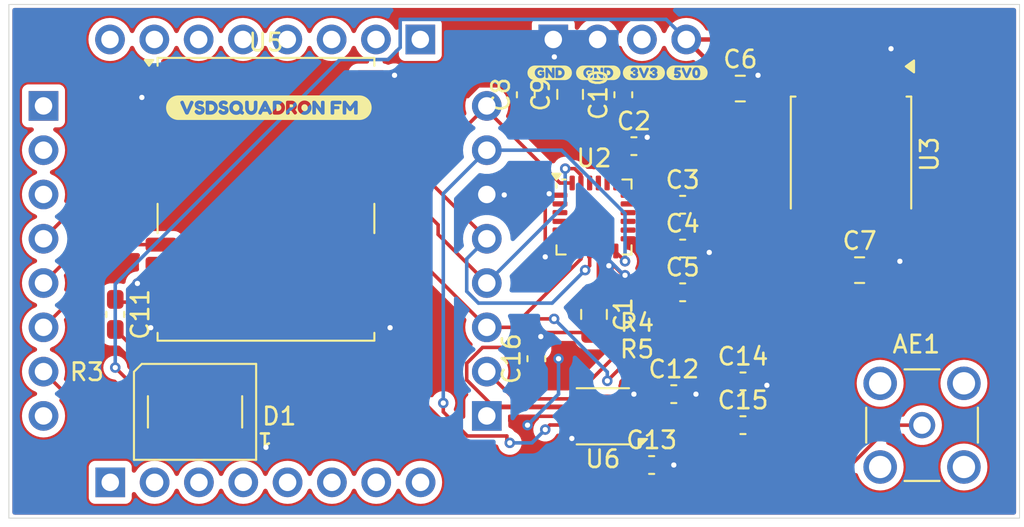
<source format=kicad_pcb>
(kicad_pcb (version 20240108) (generator "pcbnew") (generator_version "8.0")
  (layers (0 "F.Cu" signal) (31 "B.Cu" signal) (34 "B.Paste" user) (35 "F.Paste" user) (36 "B.SilkS" user "B.Silkscreen") (37 "F.SilkS" user "F.Silkscreen") (38 "B.Mask" user) (39 "F.Mask" user) (44 "Edge.Cuts" user))
  (net 0 "")
  (net 1 "Net-(AE1-A)")
  (net 2 "Net-(U2-REGOUT)")
  (net 3 "GND")
  (net 4 "Net-(U2-CPOUT)")
  (net 5 "+3.3V")
  (net 6 "+5V")
  (net 7 "Net-(U5-RF_IN)")
  (net 8 "Net-(U6-CAP-R)")
  (net 9 "Net-(U6-CAP-A)")
  (net 10 "Net-(D1-DIN)")
  (net 12 "/SDA_i2c")
  (net 13 "/SCL_i2c")
  (net 14 "/INLED")
  (net 15 "/1PPS")
  (net 16 "/SDO")
  (net 17 "/RESET_N")
  (net 18 "/SCLK")
  (net 19 "/SDI")
  (net 20 "/SPI_CS")
  (net 21 "/EXTINT")
  (net 22 "/INT")
  (net 50 "unconnected-(J1A-FM_3-Pad10)")
  (footprint "Capacitor_SMD:C_0603_1608Metric_Pad1.08x0.95mm_HandSolder" (layer "F.Cu") (at 127.254 134.366 -90)
    (property "Reference" "C11" (at 0 -1.43 90) (layer "F.SilkS"))
    (property "Value" "1nF")
    (pad "1" smd roundrect (at -0.8625 0 270) (size 1.075 0.95) (layers "F.Cu" "F.Paste" "F.Mask") (net 7 "Net-(U5-RF_IN)"))
    (pad "2" smd roundrect (at 0.8625 0 270) (size 1.075 0.95) (layers "F.Cu" "F.Paste" "F.Mask") (net 1 "Net-(AE1-A)"))
  )
  (footprint "LED_SMD:LED_WS2812B_PLCC4_5.0x5.0mm_P3.2mm" (layer "F.Cu") (at 131.826 139.954 180)
    (property "Reference" "D1" (at -4.826 -0.254 360) (layer "F.SilkS"))
    (property "Value" "WS2812B")
    (fp_text user "1" (at -4 -1.6 180) (layer "F.SilkS") (effects (font (size 0.8 0.8))))
    (pad "1" smd roundrect (at -2.45 -1.65 180) (size 1.5 0.9) (layers "F.Cu" "F.Paste" "F.Mask") (roundrect_rratio 0.1) (net 3 "GND"))
    (pad "2" smd roundrect (at -2.45 1.65 180) (size 1.5 0.9) (layers "F.Cu" "F.Paste" "F.Mask") (roundrect_rratio 0.1))
    (pad "3" smd roundrect (at 2.45 1.65 180) (size 1.5 0.9) (layers "F.Cu" "F.Paste" "F.Mask") (roundrect_rratio 0.1) (net 6 "+5V"))
    (pad "4" smd roundrect (at 2.45 -1.65 180) (size 1.5 0.9) (layers "F.Cu" "F.Paste" "F.Mask") (roundrect_rratio 0.1) (net 10 "Net-(D1-DIN)"))
  )
  (footprint "Package_TO_SOT_SMD:TO-252-2" (layer "F.Cu") (at 169.412 125.182 -90)
    (property "Reference" "U3" (at 0 -4.5 90) (layer "F.SilkS"))
    (property "Value" "NCP1117-3.3_TO252")
    (pad "1" smd roundrect (at -5.04 -2.28 270) (size 2.2 1.2) (layers "F.Cu" "F.Paste" "F.Mask") (roundrect_rratio 0.208333) (net 3 "GND"))
    (pad "2" smd roundrect (at -0.415 -1.525 270) (size 3.05 2.75) (layers "F.Cu" "F.Paste") (roundrect_rratio 0.090909) (net 5 "+3.3V"))
    (pad "2" smd roundrect (at -0.415 1.525 270) (size 3.05 2.75) (layers "F.Cu" "F.Paste") (roundrect_rratio 0.090909) (net 5 "+3.3V"))
    (pad "2" smd roundrect (at 1.26 0 270) (size 6.4 5.8) (layers "F.Cu" "F.Mask") (roundrect_rratio 0.043103) (net 5 "+3.3V"))
    (pad "2" smd roundrect (at 2.935 -1.525 270) (size 3.05 2.75) (layers "F.Cu" "F.Paste") (roundrect_rratio 0.090909) (net 5 "+3.3V"))
    (pad "2" smd roundrect (at 2.935 1.525 270) (size 3.05 2.75) (layers "F.Cu" "F.Paste") (roundrect_rratio 0.090909) (net 5 "+3.3V"))
    (pad "3" smd roundrect (at -5.04 2.28 270) (size 2.2 1.2) (layers "F.Cu" "F.Paste" "F.Mask") (roundrect_rratio 0.208333) (net 6 "+5V"))
  )
  (footprint "VSDsquadron_FM:VSDSquadron_FM" (layer "F.Cu") (at 135.893764 131.277764)
    (property "Reference" "J1" (hide yes))
    (property "Value" "VSDSquadron FM" (hide yes))
    (pad "1" thru_hole rect (at -12.750764 -8.871764) (size 1.7 1.7) (drill 1) (layers "*.Cu" "*.Mask"))
    (pad "2" thru_hole oval (at -12.750764 -6.331764) (size 1.7 1.7) (drill 1) (layers "*.Cu" "*.Mask"))
    (pad "3" thru_hole oval (at -12.750764 -3.791764) (size 1.7 1.7) (drill 1) (layers "*.Cu" "*.Mask"))
    (pad "4" thru_hole oval (at -12.750764 -1.251764) (size 1.7 1.7) (drill 1) (layers "*.Cu" "*.Mask") (net 15 "/1PPS"))
    (pad "5" thru_hole oval (at -12.750764 1.288236) (size 1.7 1.7) (drill 1) (layers "*.Cu" "*.Mask") (net 21 "/EXTINT"))
    (pad "6" thru_hole oval (at -12.750764 3.828236) (size 1.7 1.7) (drill 1) (layers "*.Cu" "*.Mask") (net 17 "/RESET_N"))
    (pad "7" thru_hole oval (at -12.750764 6.368236) (size 1.7 1.7) (drill 1) (layers "*.Cu" "*.Mask") (net 14 "/INLED"))
    (pad "8" thru_hole oval (at -12.750764 8.908236) (size 1.7 1.7) (drill 1) (layers "*.Cu" "*.Mask"))
    (pad "9" thru_hole rect (at -8.925764 12.718236 90) (size 1.7 1.7) (drill 1) (layers "*.Cu" "*.Mask"))
    (pad "10" thru_hole oval (at -6.385764 12.718236 90) (size 1.7 1.7) (drill 1) (layers "*.Cu" "*.Mask") (net 50 "unconnected-(J1A-FM_3-Pad10)"))
    (pad "11" thru_hole oval (at -3.845764 12.718236 90) (size 1.7 1.7) (drill 1) (layers "*.Cu" "*.Mask"))
    (pad "12" thru_hole oval (at -1.305764 12.718236 90) (size 1.7 1.7) (drill 1) (layers "*.Cu" "*.Mask"))
    (pad "13" thru_hole oval (at 1.234236 12.718236 90) (size 1.7 1.7) (drill 1) (layers "*.Cu" "*.Mask"))
    (pad "14" thru_hole oval (at 3.774236 12.718236 90) (size 1.7 1.7) (drill 1) (layers "*.Cu" "*.Mask"))
    (pad "15" thru_hole oval (at 6.314236 12.718236 90) (size 1.7 1.7) (drill 1) (layers "*.Cu" "*.Mask"))
    (pad "16" thru_hole oval (at 8.854236 12.718236 90) (size 1.7 1.7) (drill 1) (layers "*.Cu" "*.Mask"))
    (pad "17" thru_hole rect (at 12.649236 8.908236 180) (size 1.7 1.7) (drill 1) (layers "*.Cu" "*.Mask") (net 13 "/SCL_i2c"))
    (pad "18" thru_hole oval (at 12.649236 6.368236 180) (size 1.7 1.7) (drill 1) (layers "*.Cu" "*.Mask") (net 12 "/SDA_i2c"))
    (pad "19" thru_hole oval (at 12.649236 3.828236 180) (size 1.7 1.7) (drill 1) (layers "*.Cu" "*.Mask") (net 20 "/SPI_CS"))
    (pad "20" thru_hole oval (at 12.649236 1.288236 180) (size 1.7 1.7) (drill 1) (layers "*.Cu" "*.Mask") (net 18 "/SCLK"))
    (pad "21" thru_hole oval (at 12.649236 -1.251764 180) (size 1.7 1.7) (drill 1) (layers "*.Cu" "*.Mask") (net 16 "/SDO"))
    (pad "22" thru_hole oval (at 12.649236 -3.791764 180) (size 1.7 1.7) (drill 1) (layers "*.Cu" "*.Mask") (net 3 "GND"))
    (pad "23" thru_hole oval (at 12.649236 -6.331764 180) (size 1.7 1.7) (drill 1) (layers "*.Cu" "*.Mask") (net 22 "/INT"))
    (pad "24" thru_hole oval (at 12.649236 -8.871764 180) (size 1.7 1.7) (drill 1) (layers "*.Cu" "*.Mask") (net 19 "/SDI"))
    (pad "25" thru_hole rect (at 8.839236 -12.681764 270) (size 1.7 1.7) (drill 1) (layers "*.Cu" "*.Mask"))
    (pad "26" thru_hole oval (at 6.299236 -12.681764 270) (size 1.7 1.7) (drill 1) (layers "*.Cu" "*.Mask"))
    (pad "27" thru_hole oval (at 3.759236 -12.681764 270) (size 1.7 1.7) (drill 1) (layers "*.Cu" "*.Mask"))
    (pad "28" thru_hole oval (at 1.219236 -12.681764 270) (size 1.7 1.7) (drill 1) (layers "*.Cu" "*.Mask"))
    (pad "29" thru_hole oval (at -1.320764 -12.681764 270) (size 1.7 1.7) (drill 1) (layers "*.Cu" "*.Mask"))
    (pad "30" thru_hole oval (at -3.860764 -12.681764 270) (size 1.7 1.7) (drill 1) (layers "*.Cu" "*.Mask"))
    (pad "31" thru_hole oval (at -6.400764 -12.681764 270) (size 1.7 1.7) (drill 1) (layers "*.Cu" "*.Mask"))
    (pad "32" thru_hole oval (at -8.940764 -12.681764 270) (size 1.7 1.7) (drill 1) (layers "*.Cu" "*.Mask"))
    (pad "33" thru_hole rect (at 16.459236 -12.681764 90) (size 1.7 1.7) (drill 1) (layers "*.Cu" "*.Mask") (net 3 "GND"))
    (pad "34" thru_hole oval (at 18.999236 -12.681764 90) (size 1.7 1.7) (drill 1) (layers "*.Cu" "*.Mask") (net 3 "GND"))
    (pad "35" thru_hole oval (at 21.539236 -12.681764 90) (size 1.7 1.7) (drill 1) (layers "*.Cu" "*.Mask"))
    (pad "36" thru_hole oval (at 24.079236 -12.681764 90) (size 1.7 1.7) (drill 1) (layers "*.Cu" "*.Mask") (net 6 "+5V"))
  )
  (footprint "Capacitor_SMD:C_0603_1608Metric_Pad1.08x0.95mm_HandSolder" (layer "F.Cu") (at 156.972 124.714)
    (property "Reference" "C2" (at 0 -1.43 0) (layer "F.SilkS"))
    (property "Value" "0.1uF")
    (pad "1" smd roundrect (at -0.8625 0) (size 1.075 0.95) (layers "F.Cu" "F.Paste" "F.Mask") (net 4 "Net-(U2-CPOUT)"))
    (pad "2" smd roundrect (at 0.8625 0) (size 1.075 0.95) (layers "F.Cu" "F.Paste" "F.Mask") (net 3 "GND"))
  )
  (footprint "Capacitor_SMD:C_0805_2012Metric_Pad1.18x1.45mm_HandSolder" (layer "F.Cu") (at 154.686 134.366 -90)
    (property "Reference" "C1" (at 0 -1.68 90) (layer "F.SilkS"))
    (property "Value" "10uF")
    (pad "1" smd roundrect (at -1.0375 0 270) (size 1.175 1.45) (layers "F.Cu" "F.Paste" "F.Mask") (roundrect_rratio 0.212766) (net 2 "Net-(U2-REGOUT)"))
    (pad "2" smd roundrect (at 1.0375 0 270) (size 1.175 1.45) (layers "F.Cu" "F.Paste" "F.Mask") (roundrect_rratio 0.212766) (net 3 "GND"))
  )
  (footprint "Capacitor_SMD:C_0603_1608Metric_Pad1.08x0.95mm_HandSolder" (layer "F.Cu") (at 163.2215 140.716)
    (property "Reference" "C15" (at 0 -1.43 0) (layer "F.SilkS"))
    (property "Value" "100nF")
    (pad "1" smd roundrect (at -0.8625 0) (size 1.075 0.95) (layers "F.Cu" "F.Paste" "F.Mask") (net 5 "+3.3V"))
    (pad "2" smd roundrect (at 0.8625 0) (size 1.075 0.95) (layers "F.Cu" "F.Paste" "F.Mask") (net 3 "GND"))
  )
  (footprint "Capacitor_SMD:C_0805_2012Metric_Pad1.18x1.45mm_HandSolder" (layer "F.Cu") (at 153.31775 121.745 90)
    (property "Reference" "C9" (at 0 -1.68 90) (layer "F.SilkS"))
    (property "Value" "10uF")
    (pad "1" smd roundrect (at -1.0375 0 90) (size 1.175 1.45) (layers "F.Cu" "F.Paste" "F.Mask") (roundrect_rratio 0.212766) (net 5 "+3.3V"))
    (pad "2" smd roundrect (at 1.0375 0 90) (size 1.175 1.45) (layers "F.Cu" "F.Paste" "F.Mask") (roundrect_rratio 0.212766) (net 3 "GND"))
  )
  (footprint "Package_DFN_QFN:DFN-10-1EP_3x3mm_P0.5mm_EP1.7x2.5mm" (layer "F.Cu") (at 155.194 140.208 180)
    (property "Reference" "U6" (at 0 -2.45 360) (layer "F.SilkS"))
    (property "Value" "MAG3110")
    (pad "1" smd roundrect (at -1.4625 -1 180) (size 0.825 0.25) (layers "F.Cu" "F.Paste" "F.Mask") (net 9 "Net-(U6-CAP-A)"))
    (pad "2" smd roundrect (at -1.4625 -0.5 180) (size 0.825 0.25) (layers "F.Cu" "F.Paste" "F.Mask") (net 5 "+3.3V"))
    (pad "3" smd roundrect (at -1.4625 0 180) (size 0.825 0.25) (layers "F.Cu" "F.Paste" "F.Mask"))
    (pad "4" smd roundrect (at -1.4625 0.5 180) (size 0.825 0.25) (layers "F.Cu" "F.Paste" "F.Mask") (net 8 "Net-(U6-CAP-R)"))
    (pad "5" smd roundrect (at -1.4625 1 180) (size 0.825 0.25) (layers "F.Cu" "F.Paste" "F.Mask") (net 3 "GND"))
    (pad "6" smd roundrect (at 1.4625 1 180) (size 0.825 0.25) (layers "F.Cu" "F.Paste" "F.Mask") (net 12 "/SDA_i2c"))
    (pad "7" smd roundrect (at 1.4625 0.5 180) (size 0.825 0.25) (layers "F.Cu" "F.Paste" "F.Mask") (net 13 "/SCL_i2c"))
    (pad "8" smd roundrect (at 1.4625 0 180) (size 0.825 0.25) (layers "F.Cu" "F.Paste" "F.Mask") (net 5 "+3.3V"))
    (pad "9" smd roundrect (at 1.4625 -0.5 180) (size 0.825 0.25) (layers "F.Cu" "F.Paste" "F.Mask") (net 22 "/INT"))
    (pad "10" smd roundrect (at 1.4625 -1 180) (size 0.825 0.25) (layers "F.Cu" "F.Paste" "F.Mask") (net 3 "GND"))
    (pad "11" smd rect (at 0 0 180) (size 1.7 2.5) (property pad_prop_heatsink) (layers "F.Cu" "F.Mask"))
  )
  (footprint "Capacitor_SMD:C_0805_2012Metric_Pad1.18x1.45mm_HandSolder" (layer "F.Cu") (at 163.068 121.412)
    (property "Reference" "C6" (at 0 -1.68 0) (layer "F.SilkS"))
    (property "Value" "10uF")
    (pad "1" smd roundrect (at -1.0375 0) (size 1.175 1.45) (layers "F.Cu" "F.Paste" "F.Mask") (roundrect_rratio 0.212766) (net 6 "+5V"))
    (pad "2" smd roundrect (at 1.0375 0) (size 1.175 1.45) (layers "F.Cu" "F.Paste" "F.Mask") (roundrect_rratio 0.212766) (net 3 "GND"))
  )
  (footprint "SMA_CONNECTOR:LPRS_SMA_CONNECTOR" (layer "F.Cu") (at 173.482 140.716)
    (property "Reference" "AE1" (at -0.325 -4.635 0) (layer "F.SilkS"))
    (property "Value" "Antenna")
    (pad "1" thru_hole circle (at 0 0) (size 1.508 1.508) (drill 1) (layers "*.Cu" "*.Mask") (net 1 "Net-(AE1-A)"))
    (pad "G1" thru_hole circle (at -2.4 -2.4) (size 1.92 1.92) (drill 1.28) (layers "*.Cu" "*.Mask"))
    (pad "G2" thru_hole circle (at -2.4 2.4) (size 1.92 1.92) (drill 1.28) (layers "*.Cu" "*.Mask"))
    (pad "G3" thru_hole circle (at 2.4 2.4) (size 1.92 1.92) (drill 1.28) (layers "*.Cu" "*.Mask"))
    (pad "G4" thru_hole circle (at 2.4 -2.4) (size 1.92 1.92) (drill 1.28) (layers "*.Cu" "*.Mask"))
  )
  (footprint "Capacitor_SMD:C_0603_1608Metric_Pad1.08x0.95mm_HandSolder" (layer "F.Cu") (at 157.988 143.002)
    (property "Reference" "C13" (at 0 -1.43 360) (layer "F.SilkS"))
    (property "Value" "100nF")
    (pad "1" smd roundrect (at -0.8625 0) (size 1.075 0.95) (layers "F.Cu" "F.Paste" "F.Mask") (net 9 "Net-(U6-CAP-A)"))
    (pad "2" smd roundrect (at 0.8625 0) (size 1.075 0.95) (layers "F.Cu" "F.Paste" "F.Mask") (net 3 "GND"))
  )
  (footprint "Capacitor_SMD:C_0603_1608Metric_Pad1.08x0.95mm_HandSolder" (layer "F.Cu") (at 156.36575 121.7665 90)
    (property "Reference" "C10" (at 0 -1.43 90) (layer "F.SilkS"))
    (property "Value" "0.1uF")
    (pad "1" smd roundrect (at -0.8625 0 90) (size 1.075 0.95) (layers "F.Cu" "F.Paste" "F.Mask") (net 5 "+3.3V"))
    (pad "2" smd roundrect (at 0.8625 0 90) (size 1.075 0.95) (layers "F.Cu" "F.Paste" "F.Mask") (net 3 "GND"))
  )
  (footprint "Sensor_Motion:InvenSense_QFN-24_4x4mm_P0.5mm" (layer "F.Cu") (at 154.686 128.778)
    (property "Reference" "U2" (at 0 -3.375 360) (layer "F.SilkS"))
    (property "Value" "MPU-6000")
    (pad "1" smd roundrect (at -1.95 -1.25) (size 0.85 0.3) (layers "F.Cu" "F.Paste" "F.Mask") (net 3 "GND"))
    (pad "2" smd roundrect (at -1.95 -0.75) (size 0.85 0.3) (layers "F.Cu" "F.Paste" "F.Mask"))
    (pad "3" smd roundrect (at -1.95 -0.25) (size 0.85 0.3) (layers "F.Cu" "F.Paste" "F.Mask"))
    (pad "4" smd roundrect (at -1.95 0.25) (size 0.85 0.3) (layers "F.Cu" "F.Paste" "F.Mask"))
    (pad "5" smd roundrect (at -1.95 0.75) (size 0.85 0.3) (layers "F.Cu" "F.Paste" "F.Mask"))
    (pad "6" smd roundrect (at -1.95 1.25) (size 0.85 0.3) (layers "F.Cu" "F.Paste" "F.Mask"))
    (pad "7" smd roundrect (at -1.25 1.95 90) (size 0.85 0.3) (layers "F.Cu" "F.Paste" "F.Mask"))
    (pad "8" smd roundrect (at -0.75 1.95 90) (size 0.85 0.3) (layers "F.Cu" "F.Paste" "F.Mask") (net 20 "/SPI_CS"))
    (pad "9" smd roundrect (at -0.25 1.95 90) (size 0.85 0.3) (layers "F.Cu" "F.Paste" "F.Mask") (net 16 "/SDO"))
    (pad "10" smd roundrect (at 0.25 1.95 90) (size 0.85 0.3) (layers "F.Cu" "F.Paste" "F.Mask") (net 2 "Net-(U2-REGOUT)"))
    (pad "11" smd roundrect (at 0.75 1.95 90) (size 0.85 0.3) (layers "F.Cu" "F.Paste" "F.Mask") (net 3 "GND"))
    (pad "12" smd roundrect (at 1.25 1.95 90) (size 0.85 0.3) (layers "F.Cu" "F.Paste" "F.Mask") (net 22 "/INT"))
    (pad "13" smd roundrect (at 1.95 1.25) (size 0.85 0.3) (layers "F.Cu" "F.Paste" "F.Mask") (net 5 "+3.3V"))
    (pad "14" smd roundrect (at 1.95 0.75) (size 0.85 0.3) (layers "F.Cu" "F.Paste" "F.Mask"))
    (pad "15" smd roundrect (at 1.95 0.25) (size 0.85 0.3) (layers "F.Cu" "F.Paste" "F.Mask"))
    (pad "16" smd roundrect (at 1.95 -0.25) (size 0.85 0.3) (layers "F.Cu" "F.Paste" "F.Mask"))
    (pad "17" smd roundrect (at 1.95 -0.75) (size 0.85 0.3) (layers "F.Cu" "F.Paste" "F.Mask"))
    (pad "18" smd roundrect (at 1.95 -1.25) (size 0.85 0.3) (layers "F.Cu" "F.Paste" "F.Mask") (net 3 "GND"))
    (pad "19" smd roundrect (at 1.25 -1.95 90) (size 0.85 0.3) (layers "F.Cu" "F.Paste" "F.Mask"))
    (pad "20" smd roundrect (at 0.75 -1.95 90) (size 0.85 0.3) (layers "F.Cu" "F.Paste" "F.Mask") (net 4 "Net-(U2-CPOUT)"))
    (pad "21" smd roundrect (at 0.25 -1.95 90) (size 0.85 0.3) (layers "F.Cu" "F.Paste" "F.Mask"))
    (pad "22" smd roundrect (at -0.25 -1.95 90) (size 0.85 0.3) (layers "F.Cu" "F.Paste" "F.Mask"))
    (pad "23" smd roundrect (at -0.75 -1.95 90) (size 0.85 0.3) (layers "F.Cu" "F.Paste" "F.Mask") (net 18 "/SCLK"))
    (pad "24" smd roundrect (at -1.25 -1.95 90) (size 0.85 0.3) (layers "F.Cu" "F.Paste" "F.Mask") (net 19 "/SDI"))
    (zone (net 0) (net_name "") (layer "F.Cu") (connect_pads (clearance 0)) (min_thickness 0.254)
      (keepout (tracks not_allowed) (vias not_allowed) (pads not_allowed) (copperpour not_allowed) (footprints allowed))
      (fill (thermal_gap 0.508) (thermal_bridge_width 0.508))
      (polygon (pts (xy 153.311 127.453) (xy 156.061 127.453) (xy 156.061 130.103) (xy 153.311 130.103)))
    )
  )
  (footprint "Capacitor_SMD:C_0603_1608Metric_Pad1.08x0.95mm_HandSolder" (layer "F.Cu") (at 159.766 133.096)
    (property "Reference" "C5" (at 0 -1.43 360) (layer "F.SilkS"))
    (property "Value" "100nF")
    (pad "1" smd roundrect (at -0.8625 0) (size 1.075 0.95) (layers "F.Cu" "F.Paste" "F.Mask") (net 5 "+3.3V"))
    (pad "2" smd roundrect (at 0.8625 0) (size 1.075 0.95) (layers "F.Cu" "F.Paste" "F.Mask") (net 3 "GND"))
  )
  (footprint "Resistor_SMD:R_0201_0603Metric_Pad0.64x0.40mm_HandSolder" (layer "F.Cu") (at 157.1505 135.89)
    (property "Reference" "R4" (at 0 -1.05 0) (layer "F.SilkS"))
    (property "Value" "4.7kΩ")
    (pad "1" smd roundrect (at -0.4075 0) (size 0.635 0.4) (layers "F.Cu" "F.Mask") (net 12 "/SDA_i2c"))
    (pad "2" smd roundrect (at 0.4075 0) (size 0.635 0.4) (layers "F.Cu" "F.Mask") (net 5 "+3.3V"))
  )
  (footprint "Capacitor_SMD:C_0603_1608Metric_Pad1.08x0.95mm_HandSolder" (layer "F.Cu") (at 163.2215 138.206)
    (property "Reference" "C14" (at 0 -1.43 0) (layer "F.SilkS"))
    (property "Value" "100nF")
    (pad "1" smd roundrect (at -0.8625 0) (size 1.075 0.95) (layers "F.Cu" "F.Paste" "F.Mask") (net 5 "+3.3V"))
    (pad "2" smd roundrect (at 0.8625 0) (size 1.075 0.95) (layers "F.Cu" "F.Paste" "F.Mask") (net 3 "GND"))
  )
  (footprint "Capacitor_SMD:C_0603_1608Metric_Pad1.08x0.95mm_HandSolder" (layer "F.Cu") (at 159.766 130.586)
    (property "Reference" "C4" (at 0 -1.43 360) (layer "F.SilkS"))
    (property "Value" "10uF")
    (pad "1" smd roundrect (at -0.8625 0) (size 1.075 0.95) (layers "F.Cu" "F.Paste" "F.Mask") (net 5 "+3.3V"))
    (pad "2" smd roundrect (at 0.8625 0) (size 1.075 0.95) (layers "F.Cu" "F.Paste" "F.Mask") (net 3 "GND"))
  )
  (footprint "Resistor_SMD:R_0201_0603Metric_Pad0.64x0.40mm_HandSolder" (layer "F.Cu") (at 125.6295 138.684)
    (property "Reference" "R3" (at 0 -1.016 0) (layer "F.SilkS"))
    (property "Value" "220Ω")
    (pad "1" smd roundrect (at -0.4075 0) (size 0.635 0.4) (layers "F.Cu" "F.Mask") (net 14 "/INLED"))
    (pad "2" smd roundrect (at 0.4075 0) (size 0.635 0.4) (layers "F.Cu" "F.Mask") (net 10 "Net-(D1-DIN)"))
  )
  (footprint "Capacitor_SMD:C_0603_1608Metric_Pad1.08x0.95mm_HandSolder" (layer "F.Cu") (at 159.766 128.076)
    (property "Reference" "C3" (at 0 -1.43 360) (layer "F.SilkS"))
    (property "Value" "0.1uF")
    (pad "1" smd roundrect (at -0.8625 0) (size 1.075 0.95) (layers "F.Cu" "F.Paste" "F.Mask") (net 5 "+3.3V"))
    (pad "2" smd roundrect (at 0.8625 0) (size 1.075 0.95) (layers "F.Cu" "F.Paste" "F.Mask") (net 3 "GND"))
  )
  (footprint "Capacitor_SMD:C_0603_1608Metric_Pad1.08x0.95mm_HandSolder" (layer "F.Cu") (at 150.77775 121.7665 90)
    (property "Reference" "C8" (at 0 -1.43 90) (layer "F.SilkS"))
    (property "Value" "100nF")
    (pad "1" smd roundrect (at -0.8625 0 90) (size 1.075 0.95) (layers "F.Cu" "F.Paste" "F.Mask") (net 5 "+3.3V"))
    (pad "2" smd roundrect (at 0.8625 0 90) (size 1.075 0.95) (layers "F.Cu" "F.Paste" "F.Mask") (net 3 "GND"))
  )
  (footprint "Capacitor_SMD:C_0603_1608Metric_Pad1.08x0.95mm_HandSolder" (layer "F.Cu") (at 159.258 138.938)
    (property "Reference" "C12" (at 0 -1.43 0) (layer "F.SilkS"))
    (property "Value" "100nF")
    (pad "1" smd roundrect (at -0.8625 0) (size 1.075 0.95) (layers "F.Cu" "F.Paste" "F.Mask") (net 8 "Net-(U6-CAP-R)"))
    (pad "2" smd roundrect (at 0.8625 0) (size 1.075 0.95) (layers "F.Cu" "F.Paste" "F.Mask") (net 3 "GND"))
  )
  (footprint "Resistor_SMD:R_0201_0603Metric_Pad0.64x0.40mm_HandSolder" (layer "F.Cu") (at 157.1505 137.414)
    (property "Reference" "R5" (at 0 -1.05 0) (layer "F.SilkS"))
    (property "Value" "4.7kΩ")
    (pad "1" smd roundrect (at -0.4075 0) (size 0.635 0.4) (layers "F.Cu" "F.Mask") (net 13 "/SCL_i2c"))
    (pad "2" smd roundrect (at 0.4075 0) (size 0.635 0.4) (layers "F.Cu" "F.Mask") (net 5 "+3.3V"))
  )
  (footprint "Capacitor_SMD:C_0805_2012Metric_Pad1.18x1.45mm_HandSolder" (layer "F.Cu") (at 169.9045 131.826)
    (property "Reference" "C7" (at 0 -1.68 0) (layer "F.SilkS"))
    (property "Value" "22uF")
    (pad "1" smd roundrect (at -1.0375 0) (size 1.175 1.45) (layers "F.Cu" "F.Paste" "F.Mask") (roundrect_rratio 0.212766) (net 5 "+3.3V"))
    (pad "2" smd roundrect (at 1.0375 0) (size 1.175 1.45) (layers "F.Cu" "F.Paste" "F.Mask") (roundrect_rratio 0.212766) (net 3 "GND"))
  )
  (footprint "RF_GPS:ublox_NEO" (layer "F.Cu") (at 135.89 127.762)
    (property "Reference" "U5" (at 0 -9 0) (layer "F.SilkS"))
    (property "Value" "NEO-M8N")
    (pad "1" smd roundrect (at -6 -7) (size 1.8 0.8) (layers "F.Cu" "F.Paste" "F.Mask"))
    (pad "2" smd roundrect (at -6 -5.9) (size 1.8 0.8) (layers "F.Cu" "F.Paste" "F.Mask") (net 3 "GND"))
    (pad "3" smd roundrect (at -6 -4.8) (size 1.8 0.8) (layers "F.Cu" "F.Paste" "F.Mask") (net 15 "/1PPS"))
    (pad "4" smd roundrect (at -6 -3.7) (size 1.8 0.8) (layers "F.Cu" "F.Paste" "F.Mask") (net 21 "/EXTINT"))
    (pad "5" smd roundrect (at -6 -2.6) (size 1.8 0.8) (layers "F.Cu" "F.Paste" "F.Mask"))
    (pad "6" smd roundrect (at -6 -1.5) (size 1.8 0.8) (layers "F.Cu" "F.Paste" "F.Mask"))
    (pad "7" smd roundrect (at -6 -0.4) (size 1.8 0.8) (layers "F.Cu" "F.Paste" "F.Mask"))
    (pad "8" smd roundrect (at -6 2.6) (size 1.8 0.8) (layers "F.Cu" "F.Paste" "F.Mask") (net 17 "/RESET_N"))
    (pad "9" smd roundrect (at -6 3.7) (size 1.8 0.8) (layers "F.Cu" "F.Paste" "F.Mask"))
    (pad "10" smd roundrect (at -6 4.8) (size 1.8 0.8) (layers "F.Cu" "F.Paste" "F.Mask") (net 3 "GND"))
    (pad "11" smd roundrect (at -6 5.9) (size 1.8 0.8) (layers "F.Cu" "F.Paste" "F.Mask") (net 7 "Net-(U5-RF_IN)"))
    (pad "12" smd roundrect (at -6 7) (size 1.8 0.8) (layers "F.Cu" "F.Paste" "F.Mask") (net 3 "GND"))
    (pad "13" smd roundrect (at 6 7) (size 1.8 0.8) (layers "F.Cu" "F.Paste" "F.Mask") (net 3 "GND"))
    (pad "14" smd roundrect (at 6 5.9) (size 1.8 0.8) (layers "F.Cu" "F.Paste" "F.Mask"))
    (pad "15" smd roundrect (at 6 4.8) (size 1.8 0.8) (layers "F.Cu" "F.Paste" "F.Mask"))
    (pad "16" smd roundrect (at 6 3.7) (size 1.8 0.8) (layers "F.Cu" "F.Paste" "F.Mask"))
    (pad "17" smd roundrect (at 6 2.6) (size 1.8 0.8) (layers "F.Cu" "F.Paste" "F.Mask"))
    (pad "18" smd roundrect (at 6 -0.4) (size 1.8 0.8) (layers "F.Cu" "F.Paste" "F.Mask") (net 20 "/SPI_CS"))
    (pad "19" smd roundrect (at 6 -1.5) (size 1.8 0.8) (layers "F.Cu" "F.Paste" "F.Mask") (net 18 "/SCLK"))
    (pad "20" smd roundrect (at 6 -2.6) (size 1.8 0.8) (layers "F.Cu" "F.Paste" "F.Mask") (net 16 "/SDO"))
    (pad "21" smd roundrect (at 6 -3.7) (size 1.8 0.8) (layers "F.Cu" "F.Paste" "F.Mask") (net 19 "/SDI"))
    (pad "22" smd roundrect (at 6 -4.8) (size 1.8 0.8) (layers "F.Cu" "F.Paste" "F.Mask"))
    (pad "23" smd roundrect (at 6 -5.9) (size 1.8 0.8) (layers "F.Cu" "F.Paste" "F.Mask") (net 5 "+3.3V"))
    (pad "24" smd roundrect (at 6 -7) (size 1.8 0.8) (layers "F.Cu" "F.Paste" "F.Mask") (net 3 "GND"))
  )
  (footprint "Capacitor_SMD:C_0603_1608Metric_Pad1.08x0.95mm_HandSolder" (layer "F.Cu") (at 151.384 136.906 90)
    (property "Reference" "C16" (at 0 -1.43 90) (layer "F.SilkS"))
    (property "Value" "100nF")
    (pad "1" smd roundrect (at -0.8625 0 90) (size 1.075 0.95) (layers "F.Cu" "F.Paste" "F.Mask") (net 5 "+3.3V"))
    (pad "2" smd roundrect (at 0.8625 0 90) (size 1.075 0.95) (layers "F.Cu" "F.Paste" "F.Mask") (net 3 "GND"))
  )
  (gr_line (start 179.07 116.586) (end 179.07 146.05) (stroke (width 0.05)) (layer "Edge.Cuts"))
  (gr_line (start 121.158 116.586) (end 179.07 116.586) (stroke (width 0.05)) (layer "Edge.Cuts"))
  (gr_line (start 121.158 146.05) (end 121.158 116.586) (stroke (width 0.05)) (layer "Edge.Cuts"))
  (gr_line (start 179.07 146.05) (end 121.158 146.05) (stroke (width 0.05)) (layer "Edge.Cuts"))
  (segment (start 129.5779 137.5524) (end 143.078189 137.5524) (width 0.2032) (layer "F.Cu") (net 1))
  (segment (start 143.078189 137.5524) (end 149.707589 144.1818) (width 0.2032) (layer "F.Cu") (net 1))
  (segment (start 127.254 135.2285) (end 129.5779 137.5524) (width 0.2032) (layer "F.Cu") (net 1))
  (segment (start 149.707589 144.1818) (end 168.232028 144.1818) (width 0.2032) (layer "F.Cu") (net 1))
  (segment (start 171.697828 140.716) (end 173.482 140.716) (width 0.2032) (layer "F.Cu") (net 1))
  (segment (start 168.232028 144.1818) (end 171.697828 140.716) (width 0.2032) (layer "F.Cu") (net 1))
  (segment (start 154.936 130.728) (end 154.936 133.0785) (width 0.2032) (layer "F.Cu") (net 2))
  (segment (start 154.936 133.0785) (end 154.686 133.3285) (width 0.2032) (layer "F.Cu") (net 2))
  (segment (start 152.353 119.534366) (end 152.412842 119.594208) (width 0.2032) (layer "F.Cu") (net 3))
  (segment (start 164.084 138.206) (end 164.368 138.206) (width 0.254) (layer "F.Cu") (net 3))
  (segment (start 156.6565 139.208) (end 156.702 139.208) (width 0.2032) (layer "F.Cu") (net 3))
  (segment (start 156.36575 120.904) (end 153.51425 120.904) (width 0.254) (layer "F.Cu") (net 3))
  (segment (start 129.89 134.762) (end 129.652 134.762) (width 0.2032) (layer "F.Cu") (net 3))
  (segment (start 149.515447 127.486) (end 149.542631 127.513184) (width 0.2032) (layer "F.Cu") (net 3))
  (segment (start 142.636 134.762) (end 143.002 135.128) (width 0.2032) (layer "F.Cu") (net 3))
  (segment (start 157.8345 124.3065) (end 157.734 124.206) (width 0.2032) (layer "F.Cu") (net 3))
  (segment (start 152.047926 127.513184) (end 149.542631 127.513184) (width 0.2032) (layer "F.Cu") (net 3))
  (segment (start 153.686 141.208) (end 153.416 141.478) (width 0.2032) (layer "F.Cu") (net 3))
  (segment (start 156.702 139.208) (end 156.972 138.938) (width 0.2032) (layer "F.Cu") (net 3))
  (segment (start 153.41105 118.596) (end 152.412842 119.594208) (width 0.2032) (layer "F.Cu") (net 3))
  (segment (start 151.8705 135.4035) (end 151.638 135.636) (width 0.2032) (layer "F.Cu") (net 3))
  (segment (start 154.686 135.4035) (end 155.7126 134.3769) (width 0.2032) (layer "F.Cu") (net 3))
  (segment (start 152.118178 127.442932) (end 151.892 127.66911) (width 0.2032) (layer "F.Cu") (net 3))
  (segment (start 164.368 138.206) (end 164.592 138.43) (width 0.254) (layer "F.Cu") (net 3))
  (segment (start 151.384 136.0435) (end 151.384 135.89) (width 0.254) (layer "F.Cu") (net 3))
  (segment (start 152.736 127.528) (end 152.203246 127.528) (width 0.2032) (layer "F.Cu") (net 3))
  (segment (start 164.1055 120.6715) (end 164.084 120.65) (width 0.254) (layer "F.Cu") (net 3))
  (segment (start 141.89 134.762) (end 142.636 134.762) (width 0.2032) (layer "F.Cu") (net 3))
  (segment (start 154.686 135.4035) (end 151.8705 135.4035) (width 0.2032) (layer "F.Cu") (net 3))
  (segment (start 158.8505 143.002) (end 159.258 143.002) (width 0.2032) (layer "F.Cu") (net 3))
  (segment (start 153.12125 120.904) (end 153.31775 120.7075) (width 0.254) (layer "F.Cu") (net 3))
  (segment (start 164.1055 121.412) (end 164.1055 120.6715) (width 0.254) (layer "F.Cu") (net 3))
  (segment (start 152.353 118.596) (end 152.353 119.534366) (width 0.2032) (layer "F.Cu") (net 3))
  (segment (start 157.8345 126.3295) (end 157.8345 124.714) (width 0.2032) (layer "F.Cu") (net 3))
  (segment (start 151.892 127.66911) (end 151.892 131.064) (width 0.2032) (layer "F.Cu") (net 3))
  (segment (start 161.066 130.586) (end 161.29 130.81) (width 0.254) (layer "F.Cu") (net 3))
  (segment (start 128.55 132.562) (end 128.524 132.588) (width 0.2032) (layer "F.Cu") (net 3))
  (segment (start 157.8345 124.714) (end 157.8345 124.3065) (width 0.2032) (layer "F.Cu") (net 3))
  (segment (start 128.836 121.862) (end 128.778 121.92) (width 0.2032) (layer "F.Cu") (net 3))
  (segment (start 152.203246 127.528) (end 152.118178 127.442932) (width 0.2032) (layer "F.Cu") (net 3))
  (segment (start 155.436 130.728) (end 155.436 131.4704) (width 0.2032) (layer "F.Cu") (net 3))
  (segment (start 153.31775 120.499116) (end 152.412842 119.594208) (width 0.254) (layer "F.Cu") (net 3))
  (segment (start 153.51425 120.904) (end 153.31775 120.7075) (width 0.254) (layer "F.Cu") (net 3))
  (segment (start 155.436 130.728) (end 155.436 131.187672) (width 0.2032) (layer "F.Cu") (net 3))
  (segment (start 171.704 131.826) (end 172.212 131.318) (width 0.254) (layer "F.Cu") (net 3))
  (segment (start 156.636 127.528) (end 156.698 127.528) (width 0.2032) (layer "F.Cu") (net 3))
  (segment (start 150.77775 120.904) (end 153.12125 120.904) (width 0.254) (layer "F.Cu") (net 3))
  (segment (start 154.893 118.596) (end 153.41105 118.596) (width 0.2032) (layer "F.Cu") (net 3))
  (segment (start 129.652 134.762) (end 129.286 135.128) (width 0.2032) (layer "F.Cu") (net 3))
  (segment (start 153.7315 141.208) (end 153.686 141.208) (width 0.2032) (layer "F.Cu") (net 3))
  (segment (start 152.118178 127.442932) (end 152.047926 127.513184) (width 0.2032) (layer "F.Cu") (net 3))
  (segment (start 155.436 131.4704) (end 155.5376 131.572) (width 0.2032) (layer "F.Cu") (net 3))
  (segment (start 129.89 121.862) (end 128.836 121.862) (width 0.2032) (layer "F.Cu") (net 3))
  (segment (start 155.7126 131.747) (end 155.5376 131.572) (width 0.2032) (layer "F.Cu") (net 3))
  (segment (start 160.6285 133.096) (end 160.6285 130.586) (width 0.254) (layer "F.Cu") (net 3))
  (segment (start 134.276 141.604) (end 135.508 141.604) (width 0.2032) (layer "F.Cu") (net 3))
  (segment (start 156.366331 132.118003) (end 156.464 132.118003) (width 0.2032) (layer "F.Cu") (net 3))
  (segment (start 171.692 120.142) (end 171.692 119.138) (width 0.2032) (layer "F.Cu") (net 3))
  (segment (start 170.942 131.826) (end 171.704 131.826) (width 0.254) (layer "F.Cu") (net 3))
  (segment (start 143.144 120.762) (end 143.256 120.65) (width 0.2032) (layer "F.Cu") (net 3))
  (segment (start 156.636 127.528) (end 157.8345 126.3295) (width 0.2032) (layer "F.Cu") (net 3))
  (segment (start 151.384 135.89) (end 151.638 135.636) (width 0.254) (layer "F.Cu") (net 3))
  (segment (start 141.89 120.762) (end 143.144 120.762) (width 0.2032) (layer "F.Cu") (net 3))
  (segment (start 171.692 119.138) (end 171.704 119.126) (width 0.2032) (layer "F.Cu") (net 3))
  (segment (start 135.508 141.604) (end 135.89 141.986) (width 0.2032) (layer "F.Cu") (net 3))
  (segment (start 164.084 138.206) (end 164.084 140.716) (width 0.254) (layer "F.Cu") (net 3))
  (segment (start 153.31775 120.7075) (end 153.31775 120.499116) (width 0.254) (layer "F.Cu") (net 3))
  (segment (start 155.436 131.187672) (end 156.366331 132.118003) (width 0.2032) (layer "F.Cu") (net 3))
  (segment (start 160.6285 130.586) (end 161.066 130.586) (width 0.254) (layer "F.Cu") (net 3))
  (segment (start 160.1205 138.938) (end 160.528 138.938) (width 0.2032) (layer "F.Cu") (net 3))
  (segment (start 148.543 127.486) (end 149.515447 127.486) (width 0.2032) (layer "F.Cu") (net 3))
  (segment (start 155.7126 134.3769) (end 155.7126 131.747) (width 0.2032) (layer "F.Cu") (net 3))
  (segment (start 129.89 132.562) (end 128.55 132.562) (width 0.2032) (layer "F.Cu") (net 3))
  (segment (start 160.6285 128.076) (end 160.6285 130.586) (width 0.254) (layer "F.Cu") (net 3))
  (via (at 128.524 132.588) (size 0.6) (drill 0.3) (layers "F.Cu" "B.Cu") (net 3))
  (via (at 161.29 130.81) (size 0.6) (drill 0.3) (layers "F.Cu" "B.Cu") (net 3))
  (via (at 143.002 135.128) (size 0.6) (drill 0.3) (layers "F.Cu" "B.Cu") (net 3))
  (via (at 156.972 138.938) (size 0.6) (drill 0.3) (layers "F.Cu" "B.Cu") (net 3))
  (via (at 156.464 132.118003) (size 0.6) (drill 0.3) (layers "F.Cu" "B.Cu") (net 3))
  (via (at 153.416 141.478) (size 0.6) (drill 0.3) (layers "F.Cu" "B.Cu") (net 3))
  (via (at 155.5376 131.572) (size 0.6) (drill 0.3) (layers "F.Cu" "B.Cu") (net 3))
  (via (at 159.258 143.002) (size 0.6) (drill 0.3) (layers "F.Cu" "B.Cu") (net 3))
  (via (at 164.084 120.65) (size 0.6) (drill 0.3) (layers "F.Cu" "B.Cu") (net 3))
  (via (at 172.212 131.318) (size 0.6) (drill 0.3) (layers "F.Cu" "B.Cu") (net 3))
  (via (at 160.528 138.938) (size 0.6) (drill 0.3) (layers "F.Cu" "B.Cu") (net 3))
  (via (at 171.704 119.126) (size 0.6) (drill 0.3) (layers "F.Cu" "B.Cu") (net 3))
  (via (at 151.892 131.064) (size 0.6) (drill 0.3) (layers "F.Cu" "B.Cu") (net 3))
  (via (at 152.118178 127.442932) (size 0.6) (drill 0.3) (layers "F.Cu" "B.Cu") (net 3))
  (via (at 143.256 120.65) (size 0.6) (drill 0.3) (layers "F.Cu" "B.Cu") (net 3))
  (via (at 135.89 141.986) (size 0.6) (drill 0.3) (layers "F.Cu" "B.Cu") (net 3))
  (via (at 152.412842 119.594208) (size 0.6) (drill 0.3) (layers "F.Cu" "B.Cu") (net 3))
  (via (at 157.734 124.206) (size 0.6) (drill 0.3) (layers "F.Cu" "B.Cu") (net 3))
  (via (at 164.592 138.43) (size 0.6) (drill 0.3) (layers "F.Cu" "B.Cu") (net 3))
  (via (at 149.542631 127.513184) (size 0.6) (drill 0.3) (layers "F.Cu" "B.Cu") (net 3))
  (via (at 129.286 135.128) (size 0.6) (drill 0.3) (layers "F.Cu" "B.Cu") (net 3))
  (via (at 151.638 135.636) (size 0.6) (drill 0.3) (layers "F.Cu" "B.Cu") (net 3))
  (via (at 128.778 121.92) (size 0.6) (drill 0.3) (layers "F.Cu" "B.Cu") (net 3))
  (segment (start 156.464 132.118003) (end 156.413212 132.118003) (width 0.2032) (layer "B.Cu") (net 3))
  (segment (start 156.413212 132.118003) (end 154.641604 130.346396) (width 0.2032) (layer "B.Cu") (net 3))
  (segment (start 151.892 131.064) (end 153.924 131.064) (width 0.2032) (layer "B.Cu") (net 3))
  (segment (start 153.924 131.064) (end 154.641604 130.346396) (width 0.2032) (layer "B.Cu") (net 3))
  (segment (start 155.436 125.3875) (end 156.1095 124.714) (width 0.2032) (layer "F.Cu") (net 4))
  (segment (start 155.436 126.828) (end 155.436 125.3875) (width 0.2032) (layer "F.Cu") (net 4))
  (segment (start 149.86 140.462) (end 153.1766 143.7786) (width 0.2032) (layer "F.Cu") (net 5))
  (segment (start 153.16425 122.629) (end 153.31775 122.7825) (width 0.254) (layer "F.Cu") (net 5))
  (segment (start 157.9646 143.469384) (end 157.9646 141.586952) (width 0.2032) (layer "F.Cu") (net 5))
  (segment (start 153.7315 140.208) (end 150.622 140.208) (width 0.2032) (layer "F.Cu") (net 5))
  (segment (start 156.36575 122.629) (end 153.47125 122.629) (width 0.254) (layer "F.Cu") (net 5))
  (segment (start 156.6565 140.708) (end 159.857 140.708) (width 0.2032) (layer "F.Cu") (net 5))
  (segment (start 153.1766 143.7786) (end 157.655384 143.7786) (width 0.2032) (layer "F.Cu") (net 5))
  (segment (start 150.622 140.208) (end 149.86 140.208) (width 0.2032) (layer "F.Cu") (net 5))
  (segment (start 148.065991 121.2544) (end 147.458391 121.862) (width 0.2032) (layer "F.Cu") (net 5))
  (segment (start 158.9035 134.5445) (end 158.9035 133.096) (width 0.2032) (layer "F.Cu") (net 5))
  (segment (start 162.359 138.206) (end 162.359 140.716) (width 0.254) (layer "F.Cu") (net 5))
  (segment (start 149.86 140.208) (end 149.86 140.462) (width 0.2032) (layer "F.Cu") (net 5))
  (segment (start 157.085648 140.708) (end 156.6565 140.708) (width 0.2032) (layer "F.Cu") (net 5))
  (segment (start 151.7915 137.7685) (end 152.654 136.906) (width 0.2032) (layer "F.Cu") (net 5))
  (segment (start 157.558 135.89) (end 157.558 137.414) (width 0.2032) (layer "F.Cu") (net 5))
  (segment (start 147.458391 121.862) (end 141.89 121.862) (width 0.2032) (layer "F.Cu") (net 5))
  (segment (start 148.065991 121.2544) (end 149.40315 121.2544) (width 0.2032) (layer "F.Cu") (net 5))
  (segment (start 158.9035 133.096) (end 158.9035 130.586) (width 0.254) (layer "F.Cu") (net 5))
  (segment (start 150.77775 122.629) (end 153.16425 122.629) (width 0.254) (layer "F.Cu") (net 5))
  (segment (start 168.867 129.097) (end 167.887 128.117) (width 0.254) (layer "F.Cu") (net 5))
  (segment (start 150.876 140.462) (end 150.876 140.716) (width 0.2032) (layer "F.Cu") (net 5))
  (segment (start 153.47125 122.629) (end 153.31775 122.7825) (width 0.254) (layer "F.Cu") (net 5))
  (segment (start 151.384 137.7685) (end 151.7915 137.7685) (width 0.2032) (layer "F.Cu") (net 5))
  (segment (start 150.622 140.208) (end 150.876 140.462) (width 0.2032) (layer "F.Cu") (net 5))
  (segment (start 156.636 130.028) (end 158.3455 130.028) (width 0.2032) (layer "F.Cu") (net 5))
  (segment (start 149.40315 121.2544) (end 150.77775 122.629) (width 0.2032) (layer "F.Cu") (net 5))
  (segment (start 159.857 140.708) (end 162.359 138.206) (width 0.2032) (layer "F.Cu") (net 5))
  (segment (start 157.655384 143.7786) (end 157.9646 143.469384) (width 0.2032) (layer "F.Cu") (net 5))
  (segment (start 168.867 131.826) (end 168.867 129.097) (width 0.254) (layer "F.Cu") (net 5))
  (segment (start 157.558 135.89) (end 158.9035 134.5445) (width 0.2032) (layer "F.Cu") (net 5))
  (segment (start 158.3455 130.028) (end 158.9035 130.586) (width 0.2032) (layer "F.Cu") (net 5))
  (segment (start 157.9646 141.586952) (end 157.085648 140.708) (width 0.2032) (layer "F.Cu") (net 5))
  (segment (start 158.9035 128.076) (end 158.9035 130.586) (width 0.254) (layer "F.Cu") (net 5))
  (via (at 152.654 136.906) (size 0.6) (drill 0.3) (layers "F.Cu" "B.Cu") (net 5))
  (via (at 150.876 140.716) (size 0.6) (drill 0.3) (layers "F.Cu" "B.Cu") (net 5))
  (segment (start 152.654 138.938) (end 150.876 140.716) (width 0.2032) (layer "B.Cu") (net 5))
  (segment (start 152.654 136.906) (end 152.654 138.938) (width 0.2032) (layer "B.Cu") (net 5))
  (segment (start 129.376 138.304) (end 128.144 138.304) (width 0.2032) (layer "F.Cu") (net 6))
  (segment (start 128.144 138.304) (end 127.254 137.414) (width 0.2032) (layer "F.Cu") (net 6))
  (segment (start 162.0305 120.6535) (end 159.973 118.596) (width 0.254) (layer "F.Cu") (net 6))
  (segment (start 162.0305 121.412) (end 162.0305 120.6535) (width 0.254) (layer "F.Cu") (net 6))
  (segment (start 165.586 118.596) (end 159.973 118.596) (width 0.254) (layer "F.Cu") (net 6))
  (segment (start 167.132 120.142) (end 165.586 118.596) (width 0.254) (layer "F.Cu") (net 6))
  (via (at 127.254 137.414) (size 0.6) (drill 0.3) (layers "F.Cu" "B.Cu") (net 6))
  (segment (start 143.5814 119.0546) (end 143.5814 117.4444) (width 0.2032) (layer "B.Cu") (net 6))
  (segment (start 127.254 137.414) (end 127.254 132.623609) (width 0.2032) (layer "B.Cu") (net 6))
  (segment (start 127.254 132.623609) (end 140.130009 119.7476) (width 0.2032) (layer "B.Cu") (net 6))
  (segment (start 140.130009 119.7476) (end 142.8884 119.7476) (width 0.2032) (layer "B.Cu") (net 6))
  (segment (start 142.8884 119.7476) (end 143.5814 119.0546) (width 0.2032) (layer "B.Cu") (net 6))
  (segment (start 143.5814 117.4444) (end 158.8214 117.4444) (width 0.2032) (layer "B.Cu") (net 6))
  (segment (start 158.8214 117.4444) (end 159.973 118.596) (width 0.2032) (layer "B.Cu") (net 6))
  (segment (start 127.4125 133.662) (end 127.254 133.5035) (width 0.2032) (layer "F.Cu") (net 7))
  (segment (start 129.89 133.662) (end 127.4125 133.662) (width 0.2032) (layer "F.Cu") (net 7))
  (segment (start 157.6255 139.708) (end 158.3955 138.938) (width 0.2032) (layer "F.Cu") (net 8))
  (segment (start 156.6565 139.708) (end 157.6255 139.708) (width 0.2032) (layer "F.Cu") (net 8))
  (segment (start 156.6565 141.208) (end 156.6565 142.533) (width 0.2032) (layer "F.Cu") (net 9))
  (segment (start 156.6565 142.533) (end 157.1255 143.002) (width 0.2032) (layer "F.Cu") (net 9))
  (segment (start 126.456 138.684) (end 126.037 138.684) (width 0.2032) (layer "F.Cu") (net 10))
  (segment (start 129.376 141.604) (end 126.456 138.684) (width 0.2032) (layer "F.Cu") (net 10))
  (segment (start 153.7315 139.208) (end 153.7315 138.9015) (width 0.2032) (layer "F.Cu") (net 12))
  (segment (start 153.7315 139.208) (end 150.105 139.208) (width 0.2032) (layer "F.Cu") (net 12))
  (segment (start 150.105 139.208) (end 148.543 137.646) (width 0.2032) (layer "F.Cu") (net 12))
  (segment (start 153.7315 138.9015) (end 156.743 135.89) (width 0.2032) (layer "F.Cu") (net 12))
  (segment (start 156.743 137.414) (end 156.21 137.414) (width 0.2032) (layer "F.Cu") (net 13))
  (segment (start 147.3914 138.123009) (end 147.3914 137.168991) (width 0.2032) (layer "F.Cu") (net 13))
  (segment (start 153.7315 139.708) (end 149.021 139.708) (width 0.2032) (layer "F.Cu") (net 13))
  (segment (start 151.384 134.62) (end 152.4 134.62) (width 0.2032) (layer "F.Cu") (net 13))
  (segment (start 149.7464 136.2576) (end 151.384 134.62) (width 0.2032) (layer "F.Cu") (net 13))
  (segment (start 153.6581 139.6346) (end 148.902991 139.6346) (width 0.2032) (layer "F.Cu") (net 13))
  (segment (start 148.902991 139.6346) (end 147.3914 138.123009) (width 0.2032) (layer "F.Cu") (net 13))
  (segment (start 153.7315 139.708) (end 153.6581 139.6346) (width 0.2032) (layer "F.Cu") (net 13))
  (segment (start 156.21 137.414) (end 155.448 138.176) (width 0.2032) (layer "F.Cu") (net 13))
  (segment (start 149.021 139.708) (end 148.543 140.186) (width 0.2032) (layer "F.Cu") (net 13))
  (segment (start 148.302791 136.2576) (end 149.7464 136.2576) (width 0.2032) (layer "F.Cu") (net 13))
  (segment (start 147.3914 137.168991) (end 148.302791 136.2576) (width 0.2032) (layer "F.Cu") (net 13))
  (via (at 155.448 138.176) (size 0.6) (drill 0.3) (layers "F.Cu" "B.Cu") (net 13))
  (via (at 152.4 134.62) (size 0.6) (drill 0.3) (layers "F.Cu" "B.Cu") (net 13))
  (segment (start 152.4 134.62) (end 155.448 137.668) (width 0.2032) (layer "B.Cu") (net 13))
  (segment (start 155.448 137.668) (end 155.448 138.176) (width 0.2032) (layer "B.Cu") (net 13))
  (segment (start 125.222 138.684) (end 124.181 138.684) (width 0.2032) (layer "F.Cu") (net 14))
  (segment (start 124.181 138.684) (end 123.143 137.646) (width 0.2032) (layer "F.Cu") (net 14))
  (segment (start 126.691236 126.477764) (end 126.691236 125.260764) (width 0.2032) (layer "F.Cu") (net 15))
  (segment (start 126.691236 125.260764) (end 128.99 122.962) (width 0.2032) (layer "F.Cu") (net 15))
  (segment (start 126.691236 126.477764) (end 123.143 130.026) (width 0.2032) (layer "F.Cu") (net 15))
  (segment (start 128.99 122.962) (end 129.89 122.962) (width 0.2032) (layer "F.Cu") (net 15))
  (segment (start 148.543 130.026) (end 143.679 125.162) (width 0.2032) (layer "F.Cu") (net 16))
  (segment (start 143.679 125.162) (end 141.89 125.162) (width 0.2032) (layer "F.Cu") (net 16))
  (segment (start 154.436 131.568) (end 154.178 131.826) (width 0.2032) (layer "F.Cu") (net 16))
  (segment (start 154.436 130.728) (end 154.436 131.568) (width 0.2032) (layer "F.Cu") (net 16))
  (via (at 154.178 131.826) (size 0.6) (drill 0.3) (layers "F.Cu" "B.Cu") (net 16))
  (segment (start 154.178 131.826) (end 152.2864 133.7176) (width 0.2032) (layer "B.Cu") (net 16))
  (segment (start 148.065991 133.7176) (end 147.3914 133.043009) (width 0.2032) (layer "B.Cu") (net 16))
  (segment (start 147.3914 133.043009) (end 147.3914 131.1776) (width 0.2032) (layer "B.Cu") (net 16))
  (segment (start 147.3914 131.1776) (end 148.543 130.026) (width 0.2032) (layer "B.Cu") (net 16))
  (segment (start 152.2864 133.7176) (end 148.065991 133.7176) (width 0.2032) (layer "B.Cu") (net 16))
  (segment (start 127.887 130.362) (end 129.89 130.362) (width 0.2032) (layer "F.Cu") (net 17))
  (segment (start 123.143 135.106) (end 127.887 130.362) (width 0.2032) (layer "F.Cu") (net 17))
  (segment (start 145.754764 129.777764) (end 148.543 132.566) (width 0.2032) (layer "F.Cu") (net 18))
  (segment (start 145.754764 129.226764) (end 142.79 126.262) (width 0.2032) (layer "F.Cu") (net 18))
  (segment (start 153.571636 126.003964) (end 153.035472 126.003964) (width 0.2032) (layer "F.Cu") (net 18))
  (segment (start 145.754764 129.777764) (end 145.754764 129.226764) (width 0.2032) (layer "F.Cu") (net 18))
  (segment (start 142.79 126.262) (end 141.89 126.262) (width 0.2032) (layer "F.Cu") (net 18))
  (segment (start 153.936 126.368328) (end 153.571636 126.003964) (width 0.2032) (layer "F.Cu") (net 18))
  (segment (start 153.936 126.828) (end 153.936 126.368328) (width 0.2032) (layer "F.Cu") (net 18))
  (via (at 153.035472 126.003964) (size 0.6) (drill 0.3) (layers "F.Cu" "B.Cu") (net 18))
  (segment (start 153.035472 126.003964) (end 153.035472 128.073528) (width 0.2032) (layer "B.Cu") (net 18))
  (segment (start 153.035472 128.073528) (end 148.543 132.566) (width 0.2032) (layer "B.Cu") (net 18))
  (segment (start 146.887 124.062) (end 141.89 124.062) (width 0.2032) (layer "F.Cu") (net 19))
  (segment (start 153.436 126.828) (end 152.736 126.828) (width 0.2032) (layer "F.Cu") (net 19))
  (segment (start 152.736 126.828) (end 148.543 122.635) (width 0.2032) (layer "F.Cu") (net 19))
  (segment (start 148.543 122.635) (end 148.543 122.406) (width 0.2032) (layer "F.Cu") (net 19))
  (segment (start 148.543 122.406) (end 146.887 124.062) (width 0.2032) (layer "F.Cu") (net 19))
  (segment (start 141.893764 124.277764) (end 142.168236 124.277764) (width 0.2032) (layer "F.Cu") (net 19))
  (segment (start 142.168236 124.277764) (end 142.494 123.952) (width 0.2032) (layer "F.Cu") (net 19))
  (segment (start 144.314764 130.877764) (end 144.314764 129.786764) (width 0.2032) (layer "F.Cu") (net 20))
  (segment (start 150.017672 135.106) (end 148.543 135.106) (width 0.2032) (layer "F.Cu") (net 20))
  (segment (start 144.314764 130.877764) (end 148.543 135.106) (width 0.2032) (layer "F.Cu") (net 20))
  (segment (start 144.314764 129.786764) (end 141.89 127.362) (width 0.2032) (layer "F.Cu") (net 20))
  (segment (start 153.936 130.728) (end 153.936 131.187672) (width 0.2032) (layer "F.Cu") (net 20))
  (segment (start 153.936 131.187672) (end 150.017672 135.106) (width 0.2032) (layer "F.Cu") (net 20))
  (segment (start 127.094436 126.143564) (end 129.176 124.062) (width 0.2032) (layer "F.Cu") (net 21))
  (segment (start 129.176 124.062) (end 129.89 124.062) (width 0.2032) (layer "F.Cu") (net 21))
  (segment (start 127.094436 128.614564) (end 127.094436 126.143564) (width 0.2032) (layer "F.Cu") (net 21))
  (segment (start 123.143 132.566) (end 127.094436 128.614564) (width 0.2032) (layer "F.Cu") (net 21))
  (segment (start 155.936 130.79) (end 156.464 131.318) (width 0.2032) (layer "F.Cu") (net 22))
  (segment (start 152.154 140.708) (end 151.892 140.97) (width 0.2032) (layer "F.Cu") (net 22))
  (segment (start 155.936 130.728) (end 155.936 130.79) (width 0.2032) (layer "F.Cu") (net 22))
  (segment (start 153.7315 140.708) (end 152.154 140.708) (width 0.2032) (layer "F.Cu") (net 22))
  (segment (start 149.6946 141.3376) (end 147.4336 141.3376) (width 0.2032) (layer "F.Cu") (net 22))
  (segment (start 149.6946 141.5666) (end 149.86 141.732) (width 0.2032) (layer "F.Cu") (net 22))
  (segment (start 146.05 139.954) (end 146.05 139.446) (width 0.2032) (layer "F.Cu") (net 22))
  (segment (start 149.6946 141.3376) (end 149.6946 141.5666) (width 0.2032) (layer "F.Cu") (net 22))
  (segment (start 147.4336 141.3376) (end 146.05 139.954) (width 0.2032) (layer "F.Cu") (net 22))
  (via (at 149.86 141.732) (size 0.6) (drill 0.3) (layers "F.Cu" "B.Cu") (net 22))
  (via (at 156.464 131.318) (size 0.6) (drill 0.3) (layers "F.Cu" "B.Cu") (net 22))
  (via (at 146.05 139.446) (size 0.6) (drill 0.3) (layers "F.Cu" "B.Cu") (net 22))
  (via (at 151.892 140.97) (size 0.6) (drill 0.3) (layers "F.Cu" "B.Cu") (net 22))
  (segment (start 149.86 141.732) (end 151.13 141.732) (width 0.2032) (layer "B.Cu") (net 22))
  (segment (start 151.13 141.732) (end 151.892 140.97) (width 0.2032) (layer "B.Cu") (net 22))
  (segment (start 156.464 128.581701) (end 152.828299 124.946) (width 0.2032) (layer "B.Cu") (net 22))
  (segment (start 146.05 139.446) (end 146.05 127.439) (width 0.2032) (layer "B.Cu") (net 22))
  (segment (start 146.05 127.439) (end 148.543 124.946) (width 0.2032) (layer "B.Cu") (net 22))
  (segment (start 156.464 131.318) (end 156.464 128.581701) (width 0.2032) (layer "B.Cu") (net 22))
  (segment (start 152.828299 124.946) (end 148.543 124.946) (width 0.2032) (layer "B.Cu") (net 22))
  (segment (start 129.412 143.382) (end 129.286 143.256) (width 0.127) (layer "F.Cu") (net 50))
  (zone (net 5) (net_name "+3.3V") (layer "F.Cu") (priority 1) (connect_pads yes (clearance 0.381)) (min_thickness 0.254) (fill yes (thermal_gap 0.5) (thermal_bridge_width 0.5))
    (polygon (pts (xy 120.904 116.332) (xy 179.324 116.332) (xy 179.324 146.304) (xy 120.65 146.558)))
  )
  (zone (net 3) (net_name "GND") (layer "B.Cu") (connect_pads yes (clearance 0.508)) (min_thickness 0.254) (fill yes (thermal_gap 0.5) (thermal_bridge_width 0.5))
    (polygon (pts (xy 120.904 116.332) (xy 179.324 116.332) (xy 179.324 146.304) (xy 120.65 146.558)))
  )
)
</source>
